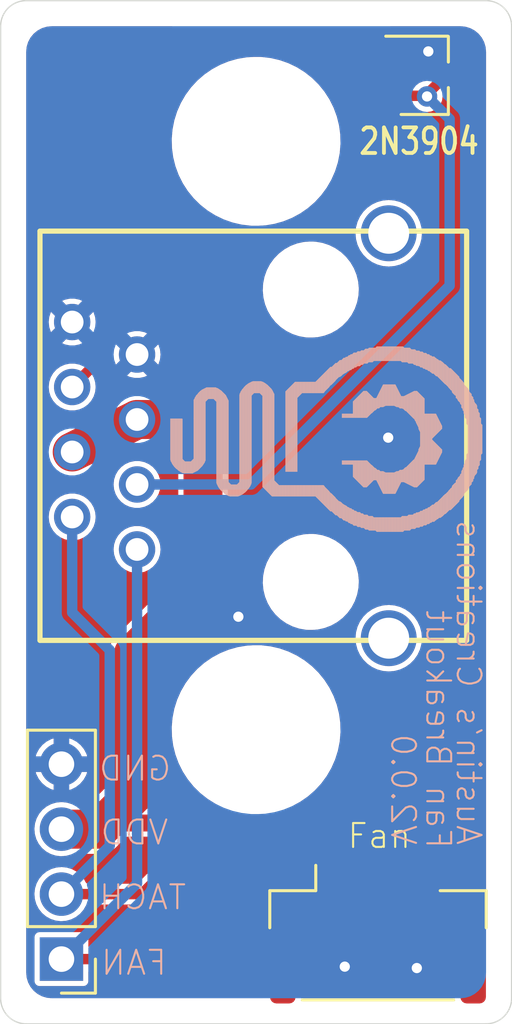
<source format=kicad_pcb>
(kicad_pcb (version 20211014) (generator pcbnew)
  (layers (0 "F.Cu" signal) (31 "B.Cu" signal) (34 "B.Paste" user) (35 "F.Paste" user) (36 "B.SilkS" user "B.Silkscreen") (37 "F.SilkS" user "F.Silkscreen") (38 "B.Mask" user) (39 "F.Mask" user) (44 "Edge.Cuts" user))
  (net 0 "")
  (net 1 "GND")
  (net 2 "VDD")
  (net 3 "TACH")
  (net 4 "FAN")
  (net 5 "DP")
  (net 6 "DN")
  (footprint "MountingHole:MountingHole_3.2mm_M3" (layer "F.Cu") (at 30 48.5)
    (fp_text reference "H2" hide)
    (fp_text value "MountingHole" hide)
    (pad "" np_thru_hole circle locked (at 0 0) (size 3.2 3.2) (drill 3.2) (layers *.Cu *.Mask))
  )
  (footprint "MountingHole:MountingHole_3.2mm_M3" (layer "F.Cu") (at 30 25.5)
    (fp_text reference "H1" hide)
    (fp_text value "MountingHole" hide)
    (pad "" np_thru_hole circle locked (at 0 0) (size 3.2 3.2) (drill 3.2) (layers *.Cu *.Mask))
  )
  (footprint "Package_TO_SOT_SMD:TSOT-23" (layer "F.Cu") (at 36.575 22.9)
    (fp_text reference "Q1" hide)
    (fp_text value "2N3904" (at -0.2 2.6) (layer "F.SilkS") (effects (font (size 1 0.8))))
    (pad "1" smd rect locked (at -1.31 -0.95) (size 1.22 0.65) (layers "F.Cu" "F.Paste" "F.Mask") (net 6 "DN"))
    (pad "2" smd rect locked (at -1.31 0.95) (size 1.22 0.65) (layers "F.Cu" "F.Paste" "F.Mask") (net 5 "DP"))
    (pad "3" smd rect locked (at 1.31 0) (size 1.22 0.65) (layers "F.Cu" "F.Paste" "F.Mask") (net 5 "DP"))
  )
  (footprint "Austins creations:R-RJ45S08P-B000" (layer "F.Cu") (at 30.54 37.01 -90)
    (fp_text reference "RJ45-1" hide)
    (fp_text value "R-RJ45S08P-B000" hide)
    (pad "" np_thru_hole circle locked (at -5.715 -1.6 270) (size 3.2512 3.2512) (drill 3.2512) (layers *.Cu *.Mask))
    (pad "" np_thru_hole circle locked (at 5.715 -1.6 270) (size 3.2512 3.2512) (drill 3.2512) (layers *.Cu *.Mask))
    (pad "1" thru_hole circle locked (at 4.445 5.2 270) (size 1.4224 1.4224) (drill 0.889) (layers *.Cu *.Mask) (net 4 "FAN"))
    (pad "2" thru_hole circle locked (at 3.175 7.74 270) (size 1.4224 1.4224) (drill 0.889) (layers *.Cu *.Mask) (net 3 "TACH"))
    (pad "3" thru_hole circle locked (at 1.905 5.2 270) (size 1.4224 1.4224) (drill 0.889) (layers *.Cu *.Mask) (net 5 "DP"))
    (pad "4" thru_hole circle locked (at 0.635 7.74 270) (size 1.4224 1.4224) (drill 0.889) (layers *.Cu *.Mask) (net 2 "VDD"))
    (pad "5" thru_hole circle locked (at -0.635 5.2 270) (size 1.4224 1.4224) (drill 0.889) (layers *.Cu *.Mask) (net 2 "VDD"))
    (pad "6" thru_hole circle locked (at -1.905 7.74 270) (size 1.4224 1.4224) (drill 0.889) (layers *.Cu *.Mask) (net 6 "DN"))
    (pad "7" thru_hole circle locked (at -3.175 5.2 270) (size 1.4224 1.4224) (drill 0.889) (layers *.Cu *.Mask) (net 1 "GND"))
    (pad "8" thru_hole circle locked (at -4.445 7.74 270) (size 1.4224 1.4224) (drill 0.889) (layers *.Cu *.Mask) (net 1 "GND"))
    (pad "MH1" thru_hole circle locked (at -7.915 -4.65 270) (size 2.1844 2.1844) (drill 1.6) (layers *.Cu *.Mask))
    (pad "MH2" thru_hole circle locked (at 7.915 -4.65 270) (size 2.1844 2.1844) (drill 1.6) (layers *.Cu *.Mask))
  )
  (footprint "Connector_PinHeader_2.54mm:PinHeader_1x04_P2.54mm_Vertical" (layer "F.Cu") (at 22.380001 57.469989 180)
    (fp_text reference "J1" hide)
    (fp_text value "Conn_01x04" hide)
    (pad "1" thru_hole rect locked (at 0 0 180) (size 1.7 1.7) (drill 1) (layers *.Cu *.Mask) (net 4 "FAN"))
    (pad "2" thru_hole oval locked (at 0 2.54 180) (size 1.7 1.7) (drill 1) (layers *.Cu *.Mask) (net 3 "TACH"))
    (pad "3" thru_hole oval locked (at 0 5.08 180) (size 1.7 1.7) (drill 1) (layers *.Cu *.Mask) (net 2 "VDD"))
    (pad "4" thru_hole oval locked (at 0 7.62 180) (size 1.7 1.7) (drill 1) (layers *.Cu *.Mask) (net 1 "GND"))
  )
  (footprint "Connector_JST:JST_GH_SM04B-GHS-TB_1x04-1MP_P1.25mm_Horizontal" (layer "F.Cu") (at 34.77 56.505)
    (fp_text reference "J2" hide)
    (fp_text value "Conn_01x04_MountingPin" hide)
    (pad "1" smd roundrect locked (at -1.875 -1.85) (size 0.6 1.7) (layers "F.Cu" "F.Paste" "F.Mask") (net 4 "FAN"))
    (pad "2" smd roundrect locked (at -0.625 -1.85) (size 0.6 1.7) (layers "F.Cu" "F.Paste" "F.Mask") (net 3 "TACH"))
    (pad "3" smd roundrect locked (at 0.625 -1.85) (size 0.6 1.7) (layers "F.Cu" "F.Paste" "F.Mask") (net 2 "VDD"))
    (pad "4" smd roundrect locked (at 1.875 -1.85) (size 0.6 1.7) (layers "F.Cu" "F.Paste" "F.Mask") (net 1 "GND"))
    (pad "MP" smd roundrect locked (at 3.725 1.35) (size 1 2.7) (layers "F.Cu" "F.Paste" "F.Mask") (net 1 "GND"))
    (pad "MP" smd roundrect locked (at -3.725 1.35) (size 1 2.7) (layers "F.Cu" "F.Paste" "F.Mask") (net 1 "GND"))
  )
  (footprint "logos:Creations logo med" (layer "B.Cu") (at 35.2 37.1 90)
    (fp_text reference "LOGO1" hide)
    (fp_text value "Creations_logo_med" hide)
  )
  (gr_arc (start 20 21) (mid 20.292893 20.292893) (end 21 20) (layer "Edge.Cuts") (width 0.05))
  (gr_line (start 21 60) (end 39 60) (layer "Edge.Cuts") (width 0.05))
  (gr_arc (start 39 20) (mid 39.707107 20.292893) (end 40 21) (layer "Edge.Cuts") (width 0.05))
  (gr_line (start 40 59) (end 40 21) (layer "Edge.Cuts") (width 0.05))
  (gr_line (start 20 21) (end 20 59) (layer "Edge.Cuts") (width 0.05))
  (gr_arc (start 40 59) (mid 39.707107 59.707107) (end 39 60) (layer "Edge.Cuts") (width 0.05))
  (gr_arc (start 21 60) (mid 20.292893 59.707107) (end 20 59) (layer "Edge.Cuts") (width 0.05))
  (gr_line (start 39 20) (end 21 20) (layer "Edge.Cuts") (width 0.05))
  (gr_text "TACH" (at 27.325 55.6) (layer "B.SilkS") (effects (font (size 0.93472 0.93472) (thickness 0.08128)) (justify left bottom mirror)))
  (gr_text "FAN" (at 26.56 58.16) (layer "B.SilkS") (effects (font (size 0.93472 0.93472) (thickness 0.08128)) (justify left bottom mirror)))
  (gr_text "V2.0.0" (at 36.3 48.6 -90) (layer "B.SilkS") (effects (font (size 0.93472 0.93472) (thickness 0.08128)) (justify right top mirror)))
  (gr_text "GND" (at 26.74 50.57) (layer "B.SilkS") (effects (font (size 0.93472 0.93472) (thickness 0.08128)) (justify left bottom mirror)))
  (gr_text "Fan Breakout\n" (at 37.675 43.765 -90) (layer "B.SilkS") (effects (font (size 0.93472 0.93472) (thickness 0.08128)) (justify right top mirror)))
  (gr_text "Austin's Creations\n" (at 38.864997 40.234997 -90) (layer "B.SilkS") (effects (font (size 0.93472 0.93472) (thickness 0.08128)) (justify right top mirror)))
  (gr_text "VDD" (at 26.625 53.065) (layer "B.SilkS") (effects (font (size 0.93472 0.93472) (thickness 0.08128)) (justify left bottom mirror)))
  (gr_text "Fan" (at 36.12 52.11) (layer "F.SilkS") (effects (font (size 0.93472 0.93472) (thickness 0.08128)) (justify right top)))
  (via (at 36.74 21.985) (size 0.8) (drill 0.4) (layers "F.Cu" "B.Cu") (net 1))
  (via (at 36.29 57.82) (size 0.8) (drill 0.4) (layers "F.Cu" "B.Cu") (net 1))
  (via (at 29.305 44.085) (size 0.8) (drill 0.4) (layers "F.Cu" "B.Cu") (net 1))
  (via (at 35.17 37.085) (size 0.8) (drill 0.4) (layers "F.Cu" "B.Cu") (net 1))
  (via (at 33.47 57.765) (size 0.8) (drill 0.4) (layers "F.Cu" "B.Cu") (net 1))
  (segment (start 25.205 51.04) (end 23.855 52.39) (width 1.524) (layer "F.Cu") (net 2))
  (segment (start 27.92 37.97) (end 27.92 42.81) (width 1.524) (layer "F.Cu") (net 2))
  (segment (start 24.095 52.15) (end 23.855 52.39) (width 0.6604) (layer "F.Cu") (net 2))
  (segment (start 35.4 54.54) (end 35.4 53) (width 0.6604) (layer "F.Cu") (net 2))
  (segment (start 26.325 36.375) (end 27.92 37.97) (width 1.524) (layer "F.Cu") (net 2))
  (segment (start 22.8 37.645) (end 25.34 36.375) (width 1.524) (layer "F.Cu") (net 2))
  (segment (start 25.205 45.525) (end 25.205 51.04) (width 1.524) (layer "F.Cu") (net 2))
  (segment (start 27.92 42.81) (end 25.205 45.525) (width 1.524) (layer "F.Cu") (net 2))
  (segment (start 34.55 52.15) (end 24.095 52.15) (width 0.6604) (layer "F.Cu") (net 2))
  (segment (start 23.855 52.39) (end 22.38 52.39) (width 1.524) (layer "F.Cu") (net 2))
  (segment (start 35.4 53) (end 34.55 52.15) (width 0.6604) (layer "F.Cu") (net 2))
  (segment (start 25.34 36.375) (end 26.325 36.375) (width 1.524) (layer "F.Cu") (net 2))
  (segment (start 27.0631 53.385) (end 25.5181 54.93) (width 0.4064) (layer "F.Cu") (net 3))
  (segment (start 25.5181 54.93) (end 22.38 54.93) (width 0.4064) (layer "F.Cu") (net 3))
  (segment (start 34.145 53.82) (end 33.71 53.385) (width 0.4064) (layer "F.Cu") (net 3))
  (segment (start 33.71 53.385) (end 27.0631 53.385) (width 0.4064) (layer "F.Cu") (net 3))
  (segment (start 34.145 54.655) (end 34.145 53.82) (width 0.4064) (layer "F.Cu") (net 3))
  (segment (start 22.8 40.185) (end 22.8 43.92) (width 0.4064) (layer "B.Cu") (net 3))
  (segment (start 24.27 45.39) (end 24.27 53.04) (width 0.4064) (layer "B.Cu") (net 3))
  (segment (start 22.8 43.92) (end 24.27 45.39) (width 0.4064) (layer "B.Cu") (net 3))
  (segment (start 24.27 53.04) (end 22.38 54.93) (width 0.4064) (layer "B.Cu") (net 3))
  (segment (start 32.74 54) (end 32.895 54.155) (width 0.4064) (layer "F.Cu") (net 4))
  (segment (start 22.38 57.47) (end 23.835 57.47) (width 0.4064) (layer "F.Cu") (net 4))
  (segment (start 27.305 54) (end 32.74 54) (width 0.4064) (layer "F.Cu") (net 4))
  (segment (start 23.835 57.47) (end 27.305 54) (width 0.4064) (layer "F.Cu") (net 4))
  (segment (start 32.895 54.155) (end 32.895 54.655) (width 0.4064) (layer "F.Cu") (net 4))
  (segment (start 25.34 41.455) (end 25.34 54.51) (width 0.4064) (layer "B.Cu") (net 4))
  (segment (start 25.34 54.51) (end 22.38 57.47) (width 0.4064) (layer "B.Cu") (net 4))
  (segment (start 36.69 23.745) (end 36.665 23.72) (width 0.4064) (layer "F.Cu") (net 5))
  (segment (start 36.665 23.72) (end 35.52 23.72) (width 0.4064) (layer "F.Cu") (net 5))
  (segment (start 37.45 22.9) (end 37.885 22.9) (width 0.4064) (layer "F.Cu") (net 5))
  (segment (start 36.69 23.745) (end 36.69 23.66) (width 0.4064) (layer "F.Cu") (net 5))
  (segment (start 36.69 23.66) (end 37.45 22.9) (width 0.4064) (layer "F.Cu") (net 5))
  (segment (start 35.52 23.72) (end 35.39 23.85) (width 0.4064) (layer "F.Cu") (net 5))
  (via (at 36.69 23.745) (size 0.8) (drill 0.4) (layers "F.Cu" "B.Cu") (net 5))
  (segment (start 37.575 24.63) (end 37.575 31.14) (width 0.4064) (layer "B.Cu") (net 5))
  (segment (start 37.575 31.14) (end 29.8 38.915) (width 0.4064) (layer "B.Cu") (net 5))
  (segment (start 36.69 23.745) (end 37.575 24.63) (width 0.4064) (layer "B.Cu") (net 5))
  (segment (start 29.8 38.915) (end 25.34 38.915) (width 0.4064) (layer "B.Cu") (net 5))
  (segment (start 25.285 23.245) (end 27.23 21.3) (width 0.4064) (layer "F.Cu") (net 6))
  (segment (start 23.913911 33.271089) (end 25.285 31.9) (width 0.4064) (layer "F.Cu") (net 6))
  (segment (start 27.23 21.3) (end 34.74 21.3) (width 0.4064) (layer "F.Cu") (net 6))
  (segment (start 22.8 35.105) (end 23.913911 33.991089) (width 0.4064) (layer "F.Cu") (net 6))
  (segment (start 25.285 31.9) (end 25.285 23.245) (width 0.4064) (layer "F.Cu") (net 6))
  (segment (start 34.74 21.3) (end 35.39 21.95) (width 0.4064) (layer "F.Cu") (net 6))
  (segment (start 23.913911 33.991089) (end 23.913911 33.271089) (width 0.4064) (layer "F.Cu") (net 6))
  (zone (net 1) (net_name "GND") (layers F&B.Cu) (connect_pads (clearance 0.2032)) (min_thickness 0.2032) (fill yes (thermal_gap 0.2032) (thermal_bridge_width 0.6096) (smoothing fillet) (radius 1))
    (polygon (pts (xy 39 59) (xy 21 59) (xy 21 21) (xy 39 21)))
  )
)
</source>
